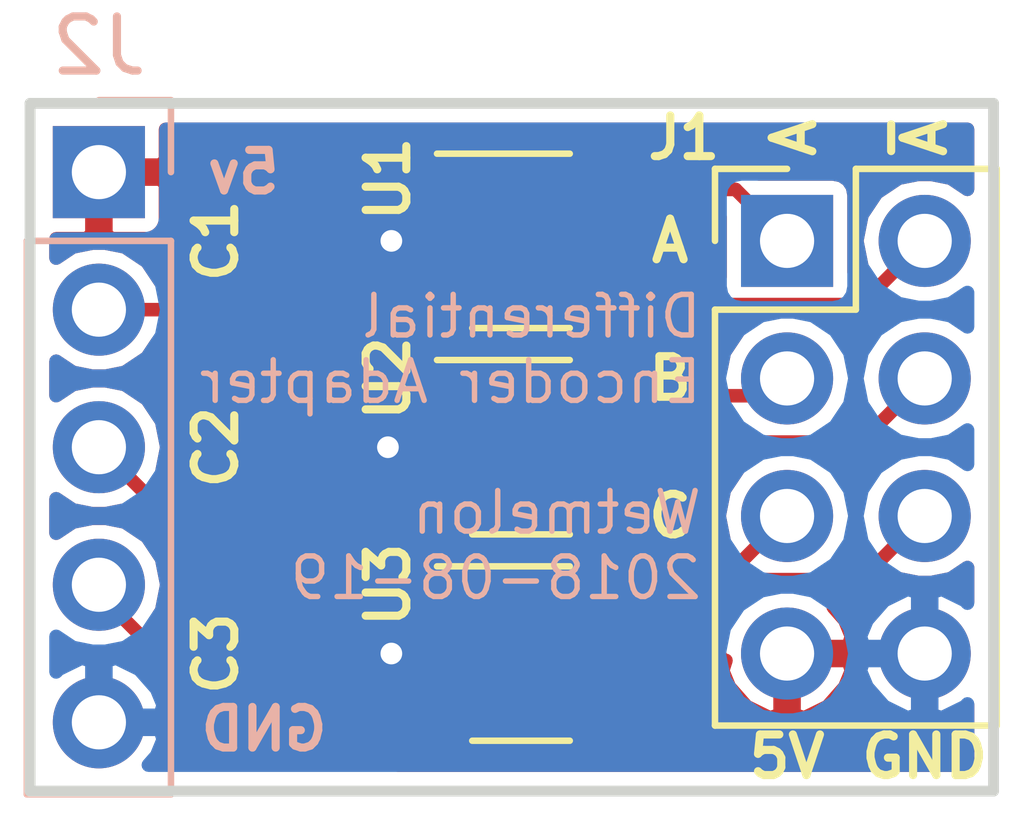
<source format=kicad_pcb>
(kicad_pcb (version 20171130) (host pcbnew "(5.0.0-rc2-140-g9302bbce5)")

  (general
    (thickness 1.6)
    (drawings 14)
    (tracks 53)
    (zones 0)
    (modules 8)
    (nets 12)
  )

  (page A4)
  (layers
    (0 F.Cu signal)
    (31 B.Cu signal)
    (32 B.Adhes user)
    (33 F.Adhes user)
    (34 B.Paste user)
    (35 F.Paste user)
    (36 B.SilkS user)
    (37 F.SilkS user)
    (38 B.Mask user)
    (39 F.Mask user)
    (40 Dwgs.User user)
    (41 Cmts.User user)
    (42 Eco1.User user)
    (43 Eco2.User user)
    (44 Edge.Cuts user)
    (45 Margin user)
    (46 B.CrtYd user)
    (47 F.CrtYd user)
    (48 B.Fab user hide)
    (49 F.Fab user hide)
  )

  (setup
    (last_trace_width 0.25)
    (trace_clearance 0.2)
    (zone_clearance 0.254)
    (zone_45_only no)
    (trace_min 0.2)
    (segment_width 0.2)
    (edge_width 0.15)
    (via_size 0.8)
    (via_drill 0.4)
    (via_min_size 0.4)
    (via_min_drill 0.3)
    (uvia_size 0.3)
    (uvia_drill 0.1)
    (uvias_allowed no)
    (uvia_min_size 0.2)
    (uvia_min_drill 0.1)
    (pcb_text_width 0.3)
    (pcb_text_size 1.5 1.5)
    (mod_edge_width 0.15)
    (mod_text_size 1 1)
    (mod_text_width 0.15)
    (pad_size 1.524 1.524)
    (pad_drill 0.762)
    (pad_to_mask_clearance 0.2)
    (aux_axis_origin 0 0)
    (visible_elements 7FFFFFFF)
    (pcbplotparams
      (layerselection 0x010fc_ffffffff)
      (usegerberextensions false)
      (usegerberattributes false)
      (usegerberadvancedattributes false)
      (creategerberjobfile false)
      (excludeedgelayer true)
      (linewidth 0.100000)
      (plotframeref false)
      (viasonmask false)
      (mode 1)
      (useauxorigin false)
      (hpglpennumber 1)
      (hpglpenspeed 20)
      (hpglpendiameter 15.000000)
      (psnegative false)
      (psa4output false)
      (plotreference true)
      (plotvalue true)
      (plotinvisibletext false)
      (padsonsilk false)
      (subtractmaskfromsilk false)
      (outputformat 1)
      (mirror false)
      (drillshape 1)
      (scaleselection 1)
      (outputdirectory ""))
  )

  (net 0 "")
  (net 1 GND)
  (net 2 +5V)
  (net 3 /A)
  (net 4 /B)
  (net 5 /Z)
  (net 6 /~Z)
  (net 7 /~B)
  (net 8 /~A)
  (net 9 /A_Out)
  (net 10 /B_Out)
  (net 11 /Z_Out)

  (net_class Default "This is the default net class."
    (clearance 0.2)
    (trace_width 0.25)
    (via_dia 0.8)
    (via_drill 0.4)
    (uvia_dia 0.3)
    (uvia_drill 0.1)
    (add_net +5V)
    (add_net /A)
    (add_net /A_Out)
    (add_net /B)
    (add_net /B_Out)
    (add_net /Z)
    (add_net /Z_Out)
    (add_net /~A)
    (add_net /~B)
    (add_net /~Z)
    (add_net GND)
  )

  (module Capacitor_SMD:C_0805_2012Metric (layer F.Cu) (tedit 5B798BBA) (tstamp 5B80E9E1)
    (at 185.42 76.2 270)
    (descr "Capacitor SMD 0805 (2012 Metric), square (rectangular) end terminal, IPC_7351 nominal, (Body size source: http://www.tortai-tech.com/upload/download/2011102023233369053.pdf), generated with kicad-footprint-generator")
    (tags capacitor)
    (path /5B74FACF)
    (attr smd)
    (fp_text reference C1 (at 0 1.651 270) (layer F.SilkS)
      (effects (font (size 0.75 0.75) (thickness 0.15)))
    )
    (fp_text value 100nF (at 0 1.65 270) (layer F.Fab)
      (effects (font (size 1 1) (thickness 0.15)))
    )
    (fp_text user %R (at 0 0 270) (layer F.Fab)
      (effects (font (size 0.5 0.5) (thickness 0.08)))
    )
    (fp_line (start 1.68 0.95) (end -1.68 0.95) (layer F.CrtYd) (width 0.05))
    (fp_line (start 1.68 -0.95) (end 1.68 0.95) (layer F.CrtYd) (width 0.05))
    (fp_line (start -1.68 -0.95) (end 1.68 -0.95) (layer F.CrtYd) (width 0.05))
    (fp_line (start -1.68 0.95) (end -1.68 -0.95) (layer F.CrtYd) (width 0.05))
    (fp_line (start 1 0.6) (end -1 0.6) (layer F.Fab) (width 0.1))
    (fp_line (start 1 -0.6) (end 1 0.6) (layer F.Fab) (width 0.1))
    (fp_line (start -1 -0.6) (end 1 -0.6) (layer F.Fab) (width 0.1))
    (fp_line (start -1 0.6) (end -1 -0.6) (layer F.Fab) (width 0.1))
    (pad 2 smd rect (at 0.85 0 270) (size 1.15 1.4) (layers F.Cu F.Paste F.Mask)
      (net 1 GND))
    (pad 1 smd rect (at -0.85 0 270) (size 1.15 1.4) (layers F.Cu F.Paste F.Mask)
      (net 2 +5V))
    (model ${KISYS3DMOD}/Capacitor_SMD.3dshapes/C_0805_2012Metric.wrl
      (at (xyz 0 0 0))
      (scale (xyz 1 1 1))
      (rotate (xyz 0 0 0))
    )
  )

  (module Capacitor_SMD:C_0805_2012Metric (layer F.Cu) (tedit 5B798BBD) (tstamp 5B80FBC6)
    (at 185.42 80.01 270)
    (descr "Capacitor SMD 0805 (2012 Metric), square (rectangular) end terminal, IPC_7351 nominal, (Body size source: http://www.tortai-tech.com/upload/download/2011102023233369053.pdf), generated with kicad-footprint-generator")
    (tags capacitor)
    (path /5B74FB1F)
    (attr smd)
    (fp_text reference C2 (at 0 1.651 270) (layer F.SilkS)
      (effects (font (size 0.75 0.75) (thickness 0.15)))
    )
    (fp_text value 100nF (at 0 1.65 270) (layer F.Fab)
      (effects (font (size 1 1) (thickness 0.15)))
    )
    (fp_line (start -1 0.6) (end -1 -0.6) (layer F.Fab) (width 0.1))
    (fp_line (start -1 -0.6) (end 1 -0.6) (layer F.Fab) (width 0.1))
    (fp_line (start 1 -0.6) (end 1 0.6) (layer F.Fab) (width 0.1))
    (fp_line (start 1 0.6) (end -1 0.6) (layer F.Fab) (width 0.1))
    (fp_line (start -1.68 0.95) (end -1.68 -0.95) (layer F.CrtYd) (width 0.05))
    (fp_line (start -1.68 -0.95) (end 1.68 -0.95) (layer F.CrtYd) (width 0.05))
    (fp_line (start 1.68 -0.95) (end 1.68 0.95) (layer F.CrtYd) (width 0.05))
    (fp_line (start 1.68 0.95) (end -1.68 0.95) (layer F.CrtYd) (width 0.05))
    (fp_text user %R (at 0 0 270) (layer F.Fab)
      (effects (font (size 0.5 0.5) (thickness 0.08)))
    )
    (pad 1 smd rect (at -0.85 0 270) (size 1.15 1.4) (layers F.Cu F.Paste F.Mask)
      (net 2 +5V))
    (pad 2 smd rect (at 0.85 0 270) (size 1.15 1.4) (layers F.Cu F.Paste F.Mask)
      (net 1 GND))
    (model ${KISYS3DMOD}/Capacitor_SMD.3dshapes/C_0805_2012Metric.wrl
      (at (xyz 0 0 0))
      (scale (xyz 1 1 1))
      (rotate (xyz 0 0 0))
    )
  )

  (module Capacitor_SMD:C_0805_2012Metric (layer F.Cu) (tedit 5B798BC1) (tstamp 5B80E9FF)
    (at 185.42 83.82 270)
    (descr "Capacitor SMD 0805 (2012 Metric), square (rectangular) end terminal, IPC_7351 nominal, (Body size source: http://www.tortai-tech.com/upload/download/2011102023233369053.pdf), generated with kicad-footprint-generator")
    (tags capacitor)
    (path /5B74C727)
    (attr smd)
    (fp_text reference C3 (at 0 1.651 270) (layer F.SilkS)
      (effects (font (size 0.75 0.75) (thickness 0.15)))
    )
    (fp_text value 100nF (at 0 1.65 270) (layer F.Fab)
      (effects (font (size 1 1) (thickness 0.15)))
    )
    (fp_line (start -1 0.6) (end -1 -0.6) (layer F.Fab) (width 0.1))
    (fp_line (start -1 -0.6) (end 1 -0.6) (layer F.Fab) (width 0.1))
    (fp_line (start 1 -0.6) (end 1 0.6) (layer F.Fab) (width 0.1))
    (fp_line (start 1 0.6) (end -1 0.6) (layer F.Fab) (width 0.1))
    (fp_line (start -1.68 0.95) (end -1.68 -0.95) (layer F.CrtYd) (width 0.05))
    (fp_line (start -1.68 -0.95) (end 1.68 -0.95) (layer F.CrtYd) (width 0.05))
    (fp_line (start 1.68 -0.95) (end 1.68 0.95) (layer F.CrtYd) (width 0.05))
    (fp_line (start 1.68 0.95) (end -1.68 0.95) (layer F.CrtYd) (width 0.05))
    (fp_text user %R (at 0 0 270) (layer F.Fab)
      (effects (font (size 0.5 0.5) (thickness 0.08)))
    )
    (pad 1 smd rect (at -0.85 0 270) (size 1.15 1.4) (layers F.Cu F.Paste F.Mask)
      (net 2 +5V))
    (pad 2 smd rect (at 0.85 0 270) (size 1.15 1.4) (layers F.Cu F.Paste F.Mask)
      (net 1 GND))
    (model ${KISYS3DMOD}/Capacitor_SMD.3dshapes/C_0805_2012Metric.wrl
      (at (xyz 0 0 0))
      (scale (xyz 1 1 1))
      (rotate (xyz 0 0 0))
    )
  )

  (module Connector_PinHeader_2.54mm:PinHeader_2x04_P2.54mm_Vertical (layer F.Cu) (tedit 5B798A31) (tstamp 5B80FEDC)
    (at 194.31 76.2)
    (descr "Through hole straight pin header, 2x04, 2.54mm pitch, double rows")
    (tags "Through hole pin header THT 2x04 2.54mm double row")
    (path /5B75D1D9)
    (fp_text reference J1 (at -1.905 -1.905 180) (layer F.SilkS)
      (effects (font (size 0.75 0.75) (thickness 0.15)))
    )
    (fp_text value Conn_02x04_Odd_Even (at 1.27 9.95) (layer F.Fab)
      (effects (font (size 1 1) (thickness 0.15)))
    )
    (fp_line (start 0 -1.27) (end 3.81 -1.27) (layer F.Fab) (width 0.1))
    (fp_line (start 3.81 -1.27) (end 3.81 8.89) (layer F.Fab) (width 0.1))
    (fp_line (start 3.81 8.89) (end -1.27 8.89) (layer F.Fab) (width 0.1))
    (fp_line (start -1.27 8.89) (end -1.27 0) (layer F.Fab) (width 0.1))
    (fp_line (start -1.27 0) (end 0 -1.27) (layer F.Fab) (width 0.1))
    (fp_line (start -1.33 8.95) (end 3.87 8.95) (layer F.SilkS) (width 0.12))
    (fp_line (start -1.33 1.27) (end -1.33 8.95) (layer F.SilkS) (width 0.12))
    (fp_line (start 3.87 -1.33) (end 3.87 8.95) (layer F.SilkS) (width 0.12))
    (fp_line (start -1.33 1.27) (end 1.27 1.27) (layer F.SilkS) (width 0.12))
    (fp_line (start 1.27 1.27) (end 1.27 -1.33) (layer F.SilkS) (width 0.12))
    (fp_line (start 1.27 -1.33) (end 3.87 -1.33) (layer F.SilkS) (width 0.12))
    (fp_line (start -1.33 0) (end -1.33 -1.33) (layer F.SilkS) (width 0.12))
    (fp_line (start -1.33 -1.33) (end 0 -1.33) (layer F.SilkS) (width 0.12))
    (fp_line (start -1.8 -1.8) (end -1.8 9.4) (layer F.CrtYd) (width 0.05))
    (fp_line (start -1.8 9.4) (end 4.35 9.4) (layer F.CrtYd) (width 0.05))
    (fp_line (start 4.35 9.4) (end 4.35 -1.8) (layer F.CrtYd) (width 0.05))
    (fp_line (start 4.35 -1.8) (end -1.8 -1.8) (layer F.CrtYd) (width 0.05))
    (fp_text user %R (at 1.27 3.81 90) (layer F.Fab)
      (effects (font (size 1 1) (thickness 0.15)))
    )
    (pad 1 thru_hole rect (at 0 0) (size 1.7 1.7) (drill 1) (layers *.Cu *.Mask)
      (net 3 /A))
    (pad 2 thru_hole oval (at 2.54 0) (size 1.7 1.7) (drill 1) (layers *.Cu *.Mask)
      (net 8 /~A))
    (pad 3 thru_hole oval (at 0 2.54) (size 1.7 1.7) (drill 1) (layers *.Cu *.Mask)
      (net 4 /B))
    (pad 4 thru_hole oval (at 2.54 2.54) (size 1.7 1.7) (drill 1) (layers *.Cu *.Mask)
      (net 7 /~B))
    (pad 5 thru_hole oval (at 0 5.08) (size 1.7 1.7) (drill 1) (layers *.Cu *.Mask)
      (net 5 /Z))
    (pad 6 thru_hole oval (at 2.54 5.08) (size 1.7 1.7) (drill 1) (layers *.Cu *.Mask)
      (net 6 /~Z))
    (pad 7 thru_hole oval (at 0 7.62) (size 1.7 1.7) (drill 1) (layers *.Cu *.Mask)
      (net 2 +5V))
    (pad 8 thru_hole oval (at 2.54 7.62) (size 1.7 1.7) (drill 1) (layers *.Cu *.Mask)
      (net 1 GND))
    (model ${KISYS3DMOD}/Connector_PinHeader_2.54mm.3dshapes/PinHeader_2x04_P2.54mm_Vertical.wrl
      (at (xyz 0 0 0))
      (scale (xyz 1 1 1))
      (rotate (xyz 0 0 0))
    )
  )

  (module Connector_PinHeader_2.54mm:PinHeader_1x05_P2.54mm_Vertical (layer B.Cu) (tedit 59FED5CC) (tstamp 5B80EDAF)
    (at 181.61 74.93 180)
    (descr "Through hole straight pin header, 1x05, 2.54mm pitch, single row")
    (tags "Through hole pin header THT 1x05 2.54mm single row")
    (path /5B752F6A)
    (fp_text reference J2 (at 0 2.33 180) (layer B.SilkS)
      (effects (font (size 1 1) (thickness 0.15)) (justify mirror))
    )
    (fp_text value "ODrive Connector" (at 0 -12.49 180) (layer B.Fab)
      (effects (font (size 1 1) (thickness 0.15)) (justify mirror))
    )
    (fp_line (start -0.635 1.27) (end 1.27 1.27) (layer B.Fab) (width 0.1))
    (fp_line (start 1.27 1.27) (end 1.27 -11.43) (layer B.Fab) (width 0.1))
    (fp_line (start 1.27 -11.43) (end -1.27 -11.43) (layer B.Fab) (width 0.1))
    (fp_line (start -1.27 -11.43) (end -1.27 0.635) (layer B.Fab) (width 0.1))
    (fp_line (start -1.27 0.635) (end -0.635 1.27) (layer B.Fab) (width 0.1))
    (fp_line (start -1.33 -11.49) (end 1.33 -11.49) (layer B.SilkS) (width 0.12))
    (fp_line (start -1.33 -1.27) (end -1.33 -11.49) (layer B.SilkS) (width 0.12))
    (fp_line (start 1.33 -1.27) (end 1.33 -11.49) (layer B.SilkS) (width 0.12))
    (fp_line (start -1.33 -1.27) (end 1.33 -1.27) (layer B.SilkS) (width 0.12))
    (fp_line (start -1.33 0) (end -1.33 1.33) (layer B.SilkS) (width 0.12))
    (fp_line (start -1.33 1.33) (end 0 1.33) (layer B.SilkS) (width 0.12))
    (fp_line (start -1.8 1.8) (end -1.8 -11.95) (layer B.CrtYd) (width 0.05))
    (fp_line (start -1.8 -11.95) (end 1.8 -11.95) (layer B.CrtYd) (width 0.05))
    (fp_line (start 1.8 -11.95) (end 1.8 1.8) (layer B.CrtYd) (width 0.05))
    (fp_line (start 1.8 1.8) (end -1.8 1.8) (layer B.CrtYd) (width 0.05))
    (fp_text user %R (at 0 -5.08 90) (layer B.Fab)
      (effects (font (size 1 1) (thickness 0.15)) (justify mirror))
    )
    (pad 1 thru_hole rect (at 0 0 180) (size 1.7 1.7) (drill 1) (layers *.Cu *.Mask)
      (net 2 +5V))
    (pad 2 thru_hole oval (at 0 -2.54 180) (size 1.7 1.7) (drill 1) (layers *.Cu *.Mask)
      (net 9 /A_Out))
    (pad 3 thru_hole oval (at 0 -5.08 180) (size 1.7 1.7) (drill 1) (layers *.Cu *.Mask)
      (net 10 /B_Out))
    (pad 4 thru_hole oval (at 0 -7.62 180) (size 1.7 1.7) (drill 1) (layers *.Cu *.Mask)
      (net 11 /Z_Out))
    (pad 5 thru_hole oval (at 0 -10.16 180) (size 1.7 1.7) (drill 1) (layers *.Cu *.Mask)
      (net 1 GND))
    (model ${KISYS3DMOD}/Connector_PinHeader_2.54mm.3dshapes/PinHeader_1x05_P2.54mm_Vertical.wrl
      (at (xyz 0 0 0))
      (scale (xyz 1 1 1))
      (rotate (xyz 0 0 0))
    )
  )

  (module Package_TO_SOT_SMD:SOT-23-6 (layer F.Cu) (tedit 5B798A37) (tstamp 5B80EA4C)
    (at 189.4 76.2)
    (descr "6-pin SOT-23 package")
    (tags SOT-23-6)
    (path /5B74B6DB)
    (attr smd)
    (fp_text reference U1 (at -2.456 -1.143 90) (layer F.SilkS)
      (effects (font (size 0.75 0.75) (thickness 0.15)))
    )
    (fp_text value MAX3284E (at 0 2.9) (layer F.Fab)
      (effects (font (size 1 1) (thickness 0.15)))
    )
    (fp_text user %R (at 0 0 90) (layer F.Fab)
      (effects (font (size 0.5 0.5) (thickness 0.075)))
    )
    (fp_line (start -0.9 1.61) (end 0.9 1.61) (layer F.SilkS) (width 0.12))
    (fp_line (start 0.9 -1.61) (end -1.55 -1.61) (layer F.SilkS) (width 0.12))
    (fp_line (start 1.9 -1.8) (end -1.9 -1.8) (layer F.CrtYd) (width 0.05))
    (fp_line (start 1.9 1.8) (end 1.9 -1.8) (layer F.CrtYd) (width 0.05))
    (fp_line (start -1.9 1.8) (end 1.9 1.8) (layer F.CrtYd) (width 0.05))
    (fp_line (start -1.9 -1.8) (end -1.9 1.8) (layer F.CrtYd) (width 0.05))
    (fp_line (start -0.9 -0.9) (end -0.25 -1.55) (layer F.Fab) (width 0.1))
    (fp_line (start 0.9 -1.55) (end -0.25 -1.55) (layer F.Fab) (width 0.1))
    (fp_line (start -0.9 -0.9) (end -0.9 1.55) (layer F.Fab) (width 0.1))
    (fp_line (start 0.9 1.55) (end -0.9 1.55) (layer F.Fab) (width 0.1))
    (fp_line (start 0.9 -1.55) (end 0.9 1.55) (layer F.Fab) (width 0.1))
    (pad 1 smd rect (at -1.1 -0.95) (size 1.06 0.65) (layers F.Cu F.Paste F.Mask)
      (net 2 +5V))
    (pad 2 smd rect (at -1.1 0) (size 1.06 0.65) (layers F.Cu F.Paste F.Mask)
      (net 1 GND))
    (pad 3 smd rect (at -1.1 0.95) (size 1.06 0.65) (layers F.Cu F.Paste F.Mask)
      (net 9 /A_Out))
    (pad 4 smd rect (at 1.1 0.95) (size 1.06 0.65) (layers F.Cu F.Paste F.Mask)
      (net 8 /~A))
    (pad 6 smd rect (at 1.1 -0.95) (size 1.06 0.65) (layers F.Cu F.Paste F.Mask)
      (net 3 /A))
    (pad 5 smd rect (at 1.1 0) (size 1.06 0.65) (layers F.Cu F.Paste F.Mask)
      (net 2 +5V))
    (model ${KISYS3DMOD}/Package_TO_SOT_SMD.3dshapes/SOT-23-6.wrl
      (at (xyz 0 0 0))
      (scale (xyz 1 1 1))
      (rotate (xyz 0 0 0))
    )
  )

  (module Package_TO_SOT_SMD:SOT-23-6 (layer F.Cu) (tedit 5B798AE9) (tstamp 5B80EC27)
    (at 189.4 80.01)
    (descr "6-pin SOT-23 package")
    (tags SOT-23-6)
    (path /5B74B9F2)
    (attr smd)
    (fp_text reference U2 (at -2.456 -1.27 90) (layer F.SilkS)
      (effects (font (size 0.75 0.75) (thickness 0.15)))
    )
    (fp_text value MAX3284E (at 0 2.9) (layer F.Fab)
      (effects (font (size 1 1) (thickness 0.15)))
    )
    (fp_line (start 0.9 -1.55) (end 0.9 1.55) (layer F.Fab) (width 0.1))
    (fp_line (start 0.9 1.55) (end -0.9 1.55) (layer F.Fab) (width 0.1))
    (fp_line (start -0.9 -0.9) (end -0.9 1.55) (layer F.Fab) (width 0.1))
    (fp_line (start 0.9 -1.55) (end -0.25 -1.55) (layer F.Fab) (width 0.1))
    (fp_line (start -0.9 -0.9) (end -0.25 -1.55) (layer F.Fab) (width 0.1))
    (fp_line (start -1.9 -1.8) (end -1.9 1.8) (layer F.CrtYd) (width 0.05))
    (fp_line (start -1.9 1.8) (end 1.9 1.8) (layer F.CrtYd) (width 0.05))
    (fp_line (start 1.9 1.8) (end 1.9 -1.8) (layer F.CrtYd) (width 0.05))
    (fp_line (start 1.9 -1.8) (end -1.9 -1.8) (layer F.CrtYd) (width 0.05))
    (fp_line (start 0.9 -1.61) (end -1.55 -1.61) (layer F.SilkS) (width 0.12))
    (fp_line (start -0.9 1.61) (end 0.9 1.61) (layer F.SilkS) (width 0.12))
    (fp_text user %R (at 0 0 270) (layer F.Fab)
      (effects (font (size 0.5 0.5) (thickness 0.075)))
    )
    (pad 5 smd rect (at 1.1 0) (size 1.06 0.65) (layers F.Cu F.Paste F.Mask)
      (net 2 +5V))
    (pad 6 smd rect (at 1.1 -0.95) (size 1.06 0.65) (layers F.Cu F.Paste F.Mask)
      (net 4 /B))
    (pad 4 smd rect (at 1.1 0.95) (size 1.06 0.65) (layers F.Cu F.Paste F.Mask)
      (net 7 /~B))
    (pad 3 smd rect (at -1.1 0.95) (size 1.06 0.65) (layers F.Cu F.Paste F.Mask)
      (net 10 /B_Out))
    (pad 2 smd rect (at -1.1 0) (size 1.06 0.65) (layers F.Cu F.Paste F.Mask)
      (net 1 GND))
    (pad 1 smd rect (at -1.1 -0.95) (size 1.06 0.65) (layers F.Cu F.Paste F.Mask)
      (net 2 +5V))
    (model ${KISYS3DMOD}/Package_TO_SOT_SMD.3dshapes/SOT-23-6.wrl
      (at (xyz 0 0 0))
      (scale (xyz 1 1 1))
      (rotate (xyz 0 0 0))
    )
  )

  (module Package_TO_SOT_SMD:SOT-23-6 (layer F.Cu) (tedit 5B798AEF) (tstamp 5B80EA78)
    (at 189.4 83.82)
    (descr "6-pin SOT-23 package")
    (tags SOT-23-6)
    (path /5B74BB93)
    (attr smd)
    (fp_text reference U3 (at -2.456 -1.27 90) (layer F.SilkS)
      (effects (font (size 0.75 0.75) (thickness 0.15)))
    )
    (fp_text value MAX3284E (at 0 2.9) (layer F.Fab)
      (effects (font (size 1 1) (thickness 0.15)))
    )
    (fp_text user %R (at 0 0 90) (layer F.Fab)
      (effects (font (size 0.5 0.5) (thickness 0.075)))
    )
    (fp_line (start -0.9 1.61) (end 0.9 1.61) (layer F.SilkS) (width 0.12))
    (fp_line (start 0.9 -1.61) (end -1.55 -1.61) (layer F.SilkS) (width 0.12))
    (fp_line (start 1.9 -1.8) (end -1.9 -1.8) (layer F.CrtYd) (width 0.05))
    (fp_line (start 1.9 1.8) (end 1.9 -1.8) (layer F.CrtYd) (width 0.05))
    (fp_line (start -1.9 1.8) (end 1.9 1.8) (layer F.CrtYd) (width 0.05))
    (fp_line (start -1.9 -1.8) (end -1.9 1.8) (layer F.CrtYd) (width 0.05))
    (fp_line (start -0.9 -0.9) (end -0.25 -1.55) (layer F.Fab) (width 0.1))
    (fp_line (start 0.9 -1.55) (end -0.25 -1.55) (layer F.Fab) (width 0.1))
    (fp_line (start -0.9 -0.9) (end -0.9 1.55) (layer F.Fab) (width 0.1))
    (fp_line (start 0.9 1.55) (end -0.9 1.55) (layer F.Fab) (width 0.1))
    (fp_line (start 0.9 -1.55) (end 0.9 1.55) (layer F.Fab) (width 0.1))
    (pad 1 smd rect (at -1.1 -0.95) (size 1.06 0.65) (layers F.Cu F.Paste F.Mask)
      (net 2 +5V))
    (pad 2 smd rect (at -1.1 0) (size 1.06 0.65) (layers F.Cu F.Paste F.Mask)
      (net 1 GND))
    (pad 3 smd rect (at -1.1 0.95) (size 1.06 0.65) (layers F.Cu F.Paste F.Mask)
      (net 11 /Z_Out))
    (pad 4 smd rect (at 1.1 0.95) (size 1.06 0.65) (layers F.Cu F.Paste F.Mask)
      (net 6 /~Z))
    (pad 6 smd rect (at 1.1 -0.95) (size 1.06 0.65) (layers F.Cu F.Paste F.Mask)
      (net 5 /Z))
    (pad 5 smd rect (at 1.1 0) (size 1.06 0.65) (layers F.Cu F.Paste F.Mask)
      (net 2 +5V))
    (model ${KISYS3DMOD}/Package_TO_SOT_SMD.3dshapes/SOT-23-6.wrl
      (at (xyz 0 0 0))
      (scale (xyz 1 1 1))
      (rotate (xyz 0 0 0))
    )
  )

  (gr_text GND (at 196.85 85.725) (layer F.SilkS) (tstamp 5B798C1E)
    (effects (font (size 0.75 0.75) (thickness 0.15)))
  )
  (gr_text 5V (at 194.31 85.725) (layer F.SilkS) (tstamp 5B798C13)
    (effects (font (size 0.75 0.75) (thickness 0.15)))
  )
  (gr_text C (at 192.151 81.28) (layer F.SilkS) (tstamp 5B798C07)
    (effects (font (size 0.75 0.75) (thickness 0.15)))
  )
  (gr_text B (at 192.151 78.74) (layer F.SilkS) (tstamp 5B798C05)
    (effects (font (size 0.75 0.75) (thickness 0.15)))
  )
  (gr_text A (at 192.151 76.2) (layer F.SilkS) (tstamp 5B798BFB)
    (effects (font (size 0.75 0.75) (thickness 0.15)))
  )
  (gr_text ~A (at 196.85 74.295 90) (layer F.SilkS) (tstamp 5B798ACC)
    (effects (font (size 0.75 0.75) (thickness 0.15)))
  )
  (gr_text A (at 194.437 74.295 90) (layer F.SilkS)
    (effects (font (size 0.75 0.75) (thickness 0.15)))
  )
  (gr_text GND (at 184.658 85.217) (layer B.SilkS)
    (effects (font (size 0.75 0.75) (thickness 0.15)) (justify mirror))
  )
  (gr_text 5v (at 184.277 74.93) (layer B.SilkS)
    (effects (font (size 0.75 0.75) (thickness 0.15)) (justify mirror))
  )
  (gr_text "Differential\nEncoder Adapter\n\nWetmelon\n2018-08-19" (at 192.786 80.01) (layer B.SilkS)
    (effects (font (size 0.75 0.75) (thickness 0.1)) (justify left mirror))
  )
  (gr_line (start 180.34 86.36) (end 180.34 73.66) (layer Edge.Cuts) (width 0.2))
  (gr_line (start 198.12 86.36) (end 180.34 86.36) (layer Edge.Cuts) (width 0.2))
  (gr_line (start 198.12 73.66) (end 198.12 86.36) (layer Edge.Cuts) (width 0.2))
  (gr_line (start 180.34 73.66) (end 198.12 73.66) (layer Edge.Cuts) (width 0.2))

  (via (at 187.0075 76.2) (size 0.8) (drill 0.4) (layers F.Cu B.Cu) (net 1))
  (segment (start 188.3 76.2) (end 187.0075 76.2) (width 0.25) (layer F.Cu) (net 1))
  (segment (start 186.1575 77.05) (end 187.0075 76.2) (width 0.25) (layer F.Cu) (net 1))
  (segment (start 185.42 77.05) (end 186.1575 77.05) (width 0.25) (layer F.Cu) (net 1))
  (via (at 186.944 80.01) (size 0.8) (drill 0.4) (layers F.Cu B.Cu) (net 1))
  (segment (start 185.42 80.86) (end 186.094 80.86) (width 0.25) (layer F.Cu) (net 1))
  (segment (start 186.094 80.86) (end 186.944 80.01) (width 0.25) (layer F.Cu) (net 1))
  (segment (start 188.3 80.01) (end 186.944 80.01) (width 0.25) (layer F.Cu) (net 1))
  (via (at 187.0075 83.82) (size 0.8) (drill 0.4) (layers F.Cu B.Cu) (net 1))
  (segment (start 188.3 83.82) (end 187.0075 83.82) (width 0.25) (layer F.Cu) (net 1))
  (segment (start 186.1575 84.67) (end 187.0075 83.82) (width 0.25) (layer F.Cu) (net 1))
  (segment (start 185.42 84.67) (end 186.1575 84.67) (width 0.25) (layer F.Cu) (net 1))
  (segment (start 185.52 79.06) (end 185.42 79.16) (width 0.25) (layer F.Cu) (net 2))
  (segment (start 188.3 79.06) (end 185.52 79.06) (width 0.25) (layer F.Cu) (net 2))
  (segment (start 185.52 75.25) (end 185.42 75.35) (width 0.25) (layer F.Cu) (net 2))
  (segment (start 188.3 75.25) (end 185.52 75.25) (width 0.25) (layer F.Cu) (net 2))
  (segment (start 185.52 82.87) (end 185.42 82.97) (width 0.25) (layer F.Cu) (net 2))
  (segment (start 188.3 82.87) (end 185.52 82.87) (width 0.25) (layer F.Cu) (net 2))
  (segment (start 193.36 75.25) (end 194.31 76.2) (width 0.25) (layer F.Cu) (net 3))
  (segment (start 190.5 75.25) (end 193.36 75.25) (width 0.25) (layer F.Cu) (net 3))
  (segment (start 193.99 79.06) (end 194.31 78.74) (width 0.25) (layer F.Cu) (net 4))
  (segment (start 190.5 79.06) (end 193.99 79.06) (width 0.25) (layer F.Cu) (net 4))
  (segment (start 192.72 82.87) (end 194.31 81.28) (width 0.25) (layer F.Cu) (net 5))
  (segment (start 190.5 82.87) (end 192.72 82.87) (width 0.25) (layer F.Cu) (net 5))
  (segment (start 196.000001 82.129999) (end 196.85 81.28) (width 0.25) (layer F.Cu) (net 6))
  (segment (start 195.674999 82.455001) (end 196.000001 82.129999) (width 0.25) (layer F.Cu) (net 6))
  (segment (start 193.771409 82.455001) (end 195.674999 82.455001) (width 0.25) (layer F.Cu) (net 6))
  (segment (start 191.45641 84.77) (end 193.771409 82.455001) (width 0.25) (layer F.Cu) (net 6))
  (segment (start 190.5 84.77) (end 191.45641 84.77) (width 0.25) (layer F.Cu) (net 6))
  (segment (start 196.000001 79.589999) (end 196.85 78.74) (width 0.25) (layer F.Cu) (net 7))
  (segment (start 195.674999 79.915001) (end 196.000001 79.589999) (width 0.25) (layer F.Cu) (net 7))
  (segment (start 192.324999 79.915001) (end 195.674999 79.915001) (width 0.25) (layer F.Cu) (net 7))
  (segment (start 191.28 80.96) (end 192.324999 79.915001) (width 0.25) (layer F.Cu) (net 7))
  (segment (start 190.5 80.96) (end 191.28 80.96) (width 0.25) (layer F.Cu) (net 7))
  (segment (start 196.000001 77.049999) (end 196.85 76.2) (width 0.25) (layer F.Cu) (net 8))
  (segment (start 195.674999 77.375001) (end 196.000001 77.049999) (width 0.25) (layer F.Cu) (net 8))
  (segment (start 191.505001 77.375001) (end 195.674999 77.375001) (width 0.25) (layer F.Cu) (net 8))
  (segment (start 191.28 77.15) (end 191.505001 77.375001) (width 0.25) (layer F.Cu) (net 8))
  (segment (start 190.5 77.15) (end 191.28 77.15) (width 0.25) (layer F.Cu) (net 8))
  (segment (start 187.52 77.15) (end 188.3 77.15) (width 0.25) (layer F.Cu) (net 9))
  (segment (start 186.719999 77.950001) (end 187.52 77.15) (width 0.25) (layer F.Cu) (net 9))
  (segment (start 183.292082 77.950001) (end 186.719999 77.950001) (width 0.25) (layer F.Cu) (net 9))
  (segment (start 182.812081 77.47) (end 183.292082 77.950001) (width 0.25) (layer F.Cu) (net 9))
  (segment (start 181.61 77.47) (end 182.812081 77.47) (width 0.25) (layer F.Cu) (net 9))
  (segment (start 187.52 80.96) (end 188.3 80.96) (width 0.25) (layer F.Cu) (net 10))
  (segment (start 186.719999 81.760001) (end 187.52 80.96) (width 0.25) (layer F.Cu) (net 10))
  (segment (start 183.360001 81.760001) (end 186.719999 81.760001) (width 0.25) (layer F.Cu) (net 10))
  (segment (start 181.61 80.01) (end 183.360001 81.760001) (width 0.25) (layer F.Cu) (net 10))
  (segment (start 187.52 84.77) (end 188.3 84.77) (width 0.25) (layer F.Cu) (net 11))
  (segment (start 186.719999 85.570001) (end 187.52 84.77) (width 0.25) (layer F.Cu) (net 11))
  (segment (start 184.459999 85.570001) (end 186.719999 85.570001) (width 0.25) (layer F.Cu) (net 11))
  (segment (start 181.61 82.720002) (end 184.459999 85.570001) (width 0.25) (layer F.Cu) (net 11))
  (segment (start 181.61 82.55) (end 181.61 82.720002) (width 0.25) (layer F.Cu) (net 11))

  (zone (net 2) (net_name +5V) (layer F.Cu) (tstamp 5B80FE82) (hatch edge 0.508)
    (connect_pads (clearance 0.254))
    (min_thickness 0.254)
    (fill yes (arc_segments 16) (thermal_gap 0.254) (thermal_bridge_width 0.508))
    (polygon
      (pts
        (xy 180.34 73.66) (xy 198.12 73.66) (xy 198.12 86.36) (xy 180.34 86.36)
      )
    )
    (filled_polygon
      (pts
        (xy 197.639 75.246683) (xy 197.330312 75.040424) (xy 196.971239 74.969) (xy 196.728761 74.969) (xy 196.369688 75.040424)
        (xy 195.962499 75.312499) (xy 195.690424 75.719688) (xy 195.594884 76.2) (xy 195.684397 76.650012) (xy 195.677446 76.656963)
        (xy 195.677443 76.656965) (xy 195.548464 76.785944) (xy 195.548464 75.35) (xy 195.518894 75.201341) (xy 195.434686 75.075314)
        (xy 195.308659 74.991106) (xy 195.16 74.961536) (xy 193.787127 74.961536) (xy 193.753038 74.927447) (xy 193.724806 74.885194)
        (xy 193.557431 74.773359) (xy 193.409835 74.744) (xy 193.409834 74.744) (xy 193.36 74.734087) (xy 193.310166 74.744)
        (xy 191.367285 74.744) (xy 191.304686 74.650314) (xy 191.178659 74.566106) (xy 191.03 74.536536) (xy 189.97 74.536536)
        (xy 189.821341 74.566106) (xy 189.695314 74.650314) (xy 189.611106 74.776341) (xy 189.581536 74.925) (xy 189.581536 75.575)
        (xy 189.611106 75.723659) (xy 189.616779 75.73215) (xy 189.589 75.799215) (xy 189.589 75.97775) (xy 189.68425 76.073)
        (xy 190.373 76.073) (xy 190.373 76.053) (xy 190.627 76.053) (xy 190.627 76.073) (xy 191.31575 76.073)
        (xy 191.411 75.97775) (xy 191.411 75.799215) (xy 191.3931 75.756) (xy 193.071536 75.756) (xy 193.071536 76.869001)
        (xy 191.714592 76.869001) (xy 191.673039 76.827448) (xy 191.644806 76.785194) (xy 191.477431 76.673359) (xy 191.388284 76.655626)
        (xy 191.411 76.600785) (xy 191.411 76.42225) (xy 191.31575 76.327) (xy 190.627 76.327) (xy 190.627 76.347)
        (xy 190.373 76.347) (xy 190.373 76.327) (xy 189.68425 76.327) (xy 189.589 76.42225) (xy 189.589 76.600785)
        (xy 189.616779 76.66785) (xy 189.611106 76.676341) (xy 189.581536 76.825) (xy 189.581536 77.475) (xy 189.611106 77.623659)
        (xy 189.695314 77.749686) (xy 189.821341 77.833894) (xy 189.97 77.863464) (xy 191.03 77.863464) (xy 191.178659 77.833894)
        (xy 191.229833 77.799701) (xy 191.30757 77.851642) (xy 191.455166 77.881001) (xy 191.505 77.890914) (xy 191.554834 77.881001)
        (xy 193.403455 77.881001) (xy 193.150424 78.259688) (xy 193.091882 78.554) (xy 191.367285 78.554) (xy 191.304686 78.460314)
        (xy 191.178659 78.376106) (xy 191.03 78.346536) (xy 189.97 78.346536) (xy 189.821341 78.376106) (xy 189.695314 78.460314)
        (xy 189.611106 78.586341) (xy 189.581536 78.735) (xy 189.581536 79.385) (xy 189.611106 79.533659) (xy 189.616779 79.54215)
        (xy 189.589 79.609215) (xy 189.589 79.78775) (xy 189.68425 79.883) (xy 190.373 79.883) (xy 190.373 79.863)
        (xy 190.627 79.863) (xy 190.627 79.883) (xy 191.31575 79.883) (xy 191.411 79.78775) (xy 191.411 79.609215)
        (xy 191.3931 79.566) (xy 191.949633 79.566) (xy 191.931962 79.592446) (xy 191.351579 80.172829) (xy 191.31575 80.137)
        (xy 190.627 80.137) (xy 190.627 80.157) (xy 190.373 80.157) (xy 190.373 80.137) (xy 189.68425 80.137)
        (xy 189.589 80.23225) (xy 189.589 80.410785) (xy 189.616779 80.47785) (xy 189.611106 80.486341) (xy 189.581536 80.635)
        (xy 189.581536 81.285) (xy 189.611106 81.433659) (xy 189.695314 81.559686) (xy 189.821341 81.643894) (xy 189.97 81.673464)
        (xy 191.03 81.673464) (xy 191.178659 81.643894) (xy 191.304686 81.559686) (xy 191.373025 81.457409) (xy 191.477431 81.436641)
        (xy 191.644806 81.324806) (xy 191.673038 81.282553) (xy 192.534591 80.421001) (xy 193.403455 80.421001) (xy 193.150424 80.799688)
        (xy 193.054884 81.28) (xy 193.144397 81.730011) (xy 192.510409 82.364) (xy 191.367285 82.364) (xy 191.304686 82.270314)
        (xy 191.178659 82.186106) (xy 191.03 82.156536) (xy 189.97 82.156536) (xy 189.821341 82.186106) (xy 189.695314 82.270314)
        (xy 189.611106 82.396341) (xy 189.581536 82.545) (xy 189.581536 83.195) (xy 189.611106 83.343659) (xy 189.616779 83.35215)
        (xy 189.589 83.419215) (xy 189.589 83.59775) (xy 189.68425 83.693) (xy 190.373 83.693) (xy 190.373 83.673)
        (xy 190.627 83.673) (xy 190.627 83.693) (xy 191.31575 83.693) (xy 191.411 83.59775) (xy 191.411 83.419215)
        (xy 191.3931 83.376) (xy 192.134819 83.376) (xy 191.411 84.099819) (xy 191.411 84.04225) (xy 191.31575 83.947)
        (xy 190.627 83.947) (xy 190.627 83.967) (xy 190.373 83.967) (xy 190.373 83.947) (xy 189.68425 83.947)
        (xy 189.589 84.04225) (xy 189.589 84.220785) (xy 189.616779 84.28785) (xy 189.611106 84.296341) (xy 189.581536 84.445)
        (xy 189.581536 85.095) (xy 189.611106 85.243659) (xy 189.695314 85.369686) (xy 189.821341 85.453894) (xy 189.97 85.483464)
        (xy 191.03 85.483464) (xy 191.178659 85.453894) (xy 191.304686 85.369686) (xy 191.367285 85.276) (xy 191.406576 85.276)
        (xy 191.45641 85.285913) (xy 191.506244 85.276) (xy 191.506245 85.276) (xy 191.653841 85.246641) (xy 191.821216 85.134806)
        (xy 191.849449 85.092552) (xy 193.079 83.863002) (xy 193.079 83.947002) (xy 193.181372 83.947002) (xy 193.120511 84.13698)
        (xy 193.244755 84.436964) (xy 193.561944 84.797652) (xy 193.993018 85.009501) (xy 194.183 84.949193) (xy 194.183 83.947)
        (xy 194.437 83.947) (xy 194.437 84.949193) (xy 194.626982 85.009501) (xy 195.058056 84.797652) (xy 195.375245 84.436964)
        (xy 195.499489 84.13698) (xy 195.438627 83.947) (xy 194.437 83.947) (xy 194.183 83.947) (xy 194.163 83.947)
        (xy 194.163 83.693) (xy 194.183 83.693) (xy 194.183 83.673) (xy 194.437 83.673) (xy 194.437 83.693)
        (xy 195.438627 83.693) (xy 195.499489 83.50302) (xy 195.375245 83.203036) (xy 195.162399 82.961001) (xy 195.625165 82.961001)
        (xy 195.674999 82.970914) (xy 195.724833 82.961001) (xy 195.724834 82.961001) (xy 195.87243 82.931642) (xy 196.039805 82.819807)
        (xy 196.068037 82.777554) (xy 196.393035 82.452557) (xy 196.393037 82.452554) (xy 196.399988 82.445603) (xy 196.728761 82.511)
        (xy 196.971239 82.511) (xy 197.330312 82.439576) (xy 197.639001 82.233317) (xy 197.639001 82.866683) (xy 197.330312 82.660424)
        (xy 196.971239 82.589) (xy 196.728761 82.589) (xy 196.369688 82.660424) (xy 195.962499 82.932499) (xy 195.690424 83.339688)
        (xy 195.594884 83.82) (xy 195.690424 84.300312) (xy 195.962499 84.707501) (xy 196.369688 84.979576) (xy 196.728761 85.051)
        (xy 196.971239 85.051) (xy 197.330312 84.979576) (xy 197.639001 84.773317) (xy 197.639001 85.879) (xy 187.126591 85.879)
        (xy 187.579593 85.425999) (xy 187.621341 85.453894) (xy 187.77 85.483464) (xy 188.83 85.483464) (xy 188.978659 85.453894)
        (xy 189.104686 85.369686) (xy 189.188894 85.243659) (xy 189.218464 85.095) (xy 189.218464 84.445) (xy 189.188894 84.296341)
        (xy 189.187998 84.295) (xy 189.188894 84.293659) (xy 189.218464 84.145) (xy 189.218464 83.495) (xy 189.188894 83.346341)
        (xy 189.183221 83.33785) (xy 189.211 83.270785) (xy 189.211 83.09225) (xy 189.11575 82.997) (xy 188.427 82.997)
        (xy 188.427 83.017) (xy 188.173 83.017) (xy 188.173 82.997) (xy 187.48425 82.997) (xy 187.389 83.09225)
        (xy 187.389 83.132674) (xy 187.162851 83.039) (xy 186.852149 83.039) (xy 186.565099 83.1579) (xy 186.501 83.221999)
        (xy 186.501 83.19225) (xy 186.40575 83.097) (xy 185.547 83.097) (xy 185.547 83.117) (xy 185.293 83.117)
        (xy 185.293 83.097) (xy 184.43425 83.097) (xy 184.339 83.19225) (xy 184.339 83.620786) (xy 184.397004 83.76082)
        (xy 184.452019 83.815834) (xy 184.445314 83.820314) (xy 184.361106 83.946341) (xy 184.331536 84.095) (xy 184.331536 84.725946)
        (xy 182.716033 83.110444) (xy 182.769576 83.030312) (xy 182.865116 82.55) (xy 182.769576 82.069688) (xy 182.497501 81.662499)
        (xy 182.090312 81.390424) (xy 181.731239 81.319) (xy 181.488761 81.319) (xy 181.129688 81.390424) (xy 180.821 81.596683)
        (xy 180.821 80.963317) (xy 181.129688 81.169576) (xy 181.488761 81.241) (xy 181.731239 81.241) (xy 182.060012 81.175603)
        (xy 182.966964 82.082556) (xy 182.995195 82.124807) (xy 183.16257 82.236642) (xy 183.310166 82.266001) (xy 183.36 82.275914)
        (xy 183.409834 82.266001) (xy 184.361042 82.266001) (xy 184.339 82.319214) (xy 184.339 82.74775) (xy 184.43425 82.843)
        (xy 185.293 82.843) (xy 185.293 82.823) (xy 185.547 82.823) (xy 185.547 82.843) (xy 186.40575 82.843)
        (xy 186.501 82.74775) (xy 186.501 82.469215) (xy 187.389 82.469215) (xy 187.389 82.64775) (xy 187.48425 82.743)
        (xy 188.173 82.743) (xy 188.173 82.25925) (xy 188.427 82.25925) (xy 188.427 82.743) (xy 189.11575 82.743)
        (xy 189.211 82.64775) (xy 189.211 82.469215) (xy 189.152996 82.329181) (xy 189.04582 82.222004) (xy 188.905786 82.164)
        (xy 188.52225 82.164) (xy 188.427 82.25925) (xy 188.173 82.25925) (xy 188.07775 82.164) (xy 187.694214 82.164)
        (xy 187.55418 82.222004) (xy 187.447004 82.329181) (xy 187.389 82.469215) (xy 186.501 82.469215) (xy 186.501 82.319214)
        (xy 186.478958 82.266001) (xy 186.670165 82.266001) (xy 186.719999 82.275914) (xy 186.769833 82.266001) (xy 186.769834 82.266001)
        (xy 186.91743 82.236642) (xy 187.084805 82.124807) (xy 187.113037 82.082554) (xy 187.579593 81.615999) (xy 187.621341 81.643894)
        (xy 187.77 81.673464) (xy 188.83 81.673464) (xy 188.978659 81.643894) (xy 189.104686 81.559686) (xy 189.188894 81.433659)
        (xy 189.218464 81.285) (xy 189.218464 80.635) (xy 189.188894 80.486341) (xy 189.187998 80.485) (xy 189.188894 80.483659)
        (xy 189.218464 80.335) (xy 189.218464 79.685) (xy 189.188894 79.536341) (xy 189.183221 79.52785) (xy 189.211 79.460785)
        (xy 189.211 79.28225) (xy 189.11575 79.187) (xy 188.427 79.187) (xy 188.427 79.207) (xy 188.173 79.207)
        (xy 188.173 79.187) (xy 187.48425 79.187) (xy 187.389 79.28225) (xy 187.389 79.350499) (xy 187.386401 79.3479)
        (xy 187.099351 79.229) (xy 186.788649 79.229) (xy 186.501599 79.3479) (xy 186.484125 79.365375) (xy 186.40575 79.287)
        (xy 185.547 79.287) (xy 185.547 79.307) (xy 185.293 79.307) (xy 185.293 79.287) (xy 184.43425 79.287)
        (xy 184.339 79.38225) (xy 184.339 79.810786) (xy 184.397004 79.95082) (xy 184.452019 80.005834) (xy 184.445314 80.010314)
        (xy 184.361106 80.136341) (xy 184.331536 80.285) (xy 184.331536 81.254001) (xy 183.569593 81.254001) (xy 182.775603 80.460012)
        (xy 182.865116 80.01) (xy 182.769576 79.529688) (xy 182.497501 79.122499) (xy 182.090312 78.850424) (xy 181.731239 78.779)
        (xy 181.488761 78.779) (xy 181.129688 78.850424) (xy 180.821 79.056683) (xy 180.821 78.423317) (xy 181.129688 78.629576)
        (xy 181.488761 78.701) (xy 181.731239 78.701) (xy 182.090312 78.629576) (xy 182.497501 78.357501) (xy 182.692361 78.065872)
        (xy 182.899045 78.272556) (xy 182.927276 78.314807) (xy 183.094651 78.426642) (xy 183.242247 78.456001) (xy 183.242248 78.456001)
        (xy 183.292082 78.465914) (xy 183.341916 78.456001) (xy 184.361042 78.456001) (xy 184.339 78.509214) (xy 184.339 78.93775)
        (xy 184.43425 79.033) (xy 185.293 79.033) (xy 185.293 79.013) (xy 185.547 79.013) (xy 185.547 79.033)
        (xy 186.40575 79.033) (xy 186.501 78.93775) (xy 186.501 78.659215) (xy 187.389 78.659215) (xy 187.389 78.83775)
        (xy 187.48425 78.933) (xy 188.173 78.933) (xy 188.173 78.44925) (xy 188.427 78.44925) (xy 188.427 78.933)
        (xy 189.11575 78.933) (xy 189.211 78.83775) (xy 189.211 78.659215) (xy 189.152996 78.519181) (xy 189.04582 78.412004)
        (xy 188.905786 78.354) (xy 188.52225 78.354) (xy 188.427 78.44925) (xy 188.173 78.44925) (xy 188.07775 78.354)
        (xy 187.694214 78.354) (xy 187.55418 78.412004) (xy 187.447004 78.519181) (xy 187.389 78.659215) (xy 186.501 78.659215)
        (xy 186.501 78.509214) (xy 186.478958 78.456001) (xy 186.670165 78.456001) (xy 186.719999 78.465914) (xy 186.769833 78.456001)
        (xy 186.769834 78.456001) (xy 186.91743 78.426642) (xy 187.084805 78.314807) (xy 187.113037 78.272554) (xy 187.579593 77.805999)
        (xy 187.621341 77.833894) (xy 187.77 77.863464) (xy 188.83 77.863464) (xy 188.978659 77.833894) (xy 189.104686 77.749686)
        (xy 189.188894 77.623659) (xy 189.218464 77.475) (xy 189.218464 76.825) (xy 189.188894 76.676341) (xy 189.187998 76.675)
        (xy 189.188894 76.673659) (xy 189.218464 76.525) (xy 189.218464 75.875) (xy 189.188894 75.726341) (xy 189.183221 75.71785)
        (xy 189.211 75.650785) (xy 189.211 75.47225) (xy 189.11575 75.377) (xy 188.427 75.377) (xy 188.427 75.397)
        (xy 188.173 75.397) (xy 188.173 75.377) (xy 187.48425 75.377) (xy 187.389 75.47225) (xy 187.389 75.512674)
        (xy 187.162851 75.419) (xy 186.852149 75.419) (xy 186.565099 75.5379) (xy 186.501 75.601999) (xy 186.501 75.57225)
        (xy 186.40575 75.477) (xy 185.547 75.477) (xy 185.547 75.497) (xy 185.293 75.497) (xy 185.293 75.477)
        (xy 184.43425 75.477) (xy 184.339 75.57225) (xy 184.339 76.000786) (xy 184.397004 76.14082) (xy 184.452019 76.195834)
        (xy 184.445314 76.200314) (xy 184.361106 76.326341) (xy 184.331536 76.475) (xy 184.331536 77.444001) (xy 183.501674 77.444001)
        (xy 183.205119 77.147447) (xy 183.176887 77.105194) (xy 183.009512 76.993359) (xy 182.861916 76.964) (xy 182.861915 76.964)
        (xy 182.812081 76.954087) (xy 182.762247 76.964) (xy 182.752412 76.964) (xy 182.497501 76.582499) (xy 182.090312 76.310424)
        (xy 181.731239 76.239) (xy 181.488761 76.239) (xy 181.129688 76.310424) (xy 180.821 76.516683) (xy 180.821 76.161)
        (xy 181.38775 76.161) (xy 181.483 76.06575) (xy 181.483 75.057) (xy 181.737 75.057) (xy 181.737 76.06575)
        (xy 181.83225 76.161) (xy 182.535786 76.161) (xy 182.67582 76.102996) (xy 182.782996 75.995819) (xy 182.841 75.855785)
        (xy 182.841 75.15225) (xy 182.74575 75.057) (xy 181.737 75.057) (xy 181.483 75.057) (xy 181.463 75.057)
        (xy 181.463 74.803) (xy 181.483 74.803) (xy 181.483 74.783) (xy 181.737 74.783) (xy 181.737 74.803)
        (xy 182.74575 74.803) (xy 182.841 74.70775) (xy 182.841 74.699214) (xy 184.339 74.699214) (xy 184.339 75.12775)
        (xy 184.43425 75.223) (xy 185.293 75.223) (xy 185.293 74.48925) (xy 185.547 74.48925) (xy 185.547 75.223)
        (xy 186.40575 75.223) (xy 186.501 75.12775) (xy 186.501 74.849215) (xy 187.389 74.849215) (xy 187.389 75.02775)
        (xy 187.48425 75.123) (xy 188.173 75.123) (xy 188.173 74.63925) (xy 188.427 74.63925) (xy 188.427 75.123)
        (xy 189.11575 75.123) (xy 189.211 75.02775) (xy 189.211 74.849215) (xy 189.152996 74.709181) (xy 189.04582 74.602004)
        (xy 188.905786 74.544) (xy 188.52225 74.544) (xy 188.427 74.63925) (xy 188.173 74.63925) (xy 188.07775 74.544)
        (xy 187.694214 74.544) (xy 187.55418 74.602004) (xy 187.447004 74.709181) (xy 187.389 74.849215) (xy 186.501 74.849215)
        (xy 186.501 74.699214) (xy 186.442996 74.55918) (xy 186.335819 74.452004) (xy 186.195785 74.394) (xy 185.64225 74.394)
        (xy 185.547 74.48925) (xy 185.293 74.48925) (xy 185.19775 74.394) (xy 184.644215 74.394) (xy 184.504181 74.452004)
        (xy 184.397004 74.55918) (xy 184.339 74.699214) (xy 182.841 74.699214) (xy 182.841 74.141) (xy 197.639 74.141)
      )
    )
  )
  (zone (net 1) (net_name GND) (layer B.Cu) (tstamp 0) (hatch edge 0.508)
    (connect_pads (clearance 0.254))
    (min_thickness 0.254)
    (fill yes (arc_segments 16) (thermal_gap 0.254) (thermal_bridge_width 0.508))
    (polygon
      (pts
        (xy 180.34 73.66) (xy 198.12 73.66) (xy 198.12 86.36) (xy 180.34 86.36)
      )
    )
    (filled_polygon
      (pts
        (xy 197.639 75.246683) (xy 197.330312 75.040424) (xy 196.971239 74.969) (xy 196.728761 74.969) (xy 196.369688 75.040424)
        (xy 195.962499 75.312499) (xy 195.690424 75.719688) (xy 195.594884 76.2) (xy 195.690424 76.680312) (xy 195.962499 77.087501)
        (xy 196.369688 77.359576) (xy 196.728761 77.431) (xy 196.971239 77.431) (xy 197.330312 77.359576) (xy 197.639 77.153317)
        (xy 197.639 77.786683) (xy 197.330312 77.580424) (xy 196.971239 77.509) (xy 196.728761 77.509) (xy 196.369688 77.580424)
        (xy 195.962499 77.852499) (xy 195.690424 78.259688) (xy 195.594884 78.74) (xy 195.690424 79.220312) (xy 195.962499 79.627501)
        (xy 196.369688 79.899576) (xy 196.728761 79.971) (xy 196.971239 79.971) (xy 197.330312 79.899576) (xy 197.639 79.693317)
        (xy 197.639001 80.326683) (xy 197.330312 80.120424) (xy 196.971239 80.049) (xy 196.728761 80.049) (xy 196.369688 80.120424)
        (xy 195.962499 80.392499) (xy 195.690424 80.799688) (xy 195.594884 81.28) (xy 195.690424 81.760312) (xy 195.962499 82.167501)
        (xy 196.369688 82.439576) (xy 196.728761 82.511) (xy 196.971239 82.511) (xy 197.330312 82.439576) (xy 197.639001 82.233317)
        (xy 197.639001 82.888908) (xy 197.598056 82.842348) (xy 197.166982 82.630499) (xy 196.977 82.690807) (xy 196.977 83.693)
        (xy 196.997 83.693) (xy 196.997 83.947) (xy 196.977 83.947) (xy 196.977 84.949193) (xy 197.166982 85.009501)
        (xy 197.598056 84.797652) (xy 197.639001 84.751092) (xy 197.639001 85.879) (xy 182.523957 85.879) (xy 182.675245 85.706964)
        (xy 182.799489 85.40698) (xy 182.738627 85.217) (xy 181.737 85.217) (xy 181.737 85.237) (xy 181.483 85.237)
        (xy 181.483 85.217) (xy 181.463 85.217) (xy 181.463 84.963) (xy 181.483 84.963) (xy 181.483 83.960807)
        (xy 181.737 83.960807) (xy 181.737 84.963) (xy 182.738627 84.963) (xy 182.799489 84.77302) (xy 182.675245 84.473036)
        (xy 182.358056 84.112348) (xy 181.926982 83.900499) (xy 181.737 83.960807) (xy 181.483 83.960807) (xy 181.293018 83.900499)
        (xy 180.861944 84.112348) (xy 180.821 84.158907) (xy 180.821 83.82) (xy 193.054884 83.82) (xy 193.150424 84.300312)
        (xy 193.422499 84.707501) (xy 193.829688 84.979576) (xy 194.188761 85.051) (xy 194.431239 85.051) (xy 194.790312 84.979576)
        (xy 195.197501 84.707501) (xy 195.469576 84.300312) (xy 195.502064 84.13698) (xy 195.660511 84.13698) (xy 195.784755 84.436964)
        (xy 196.101944 84.797652) (xy 196.533018 85.009501) (xy 196.723 84.949193) (xy 196.723 83.947) (xy 195.721373 83.947)
        (xy 195.660511 84.13698) (xy 195.502064 84.13698) (xy 195.565116 83.82) (xy 195.502065 83.50302) (xy 195.660511 83.50302)
        (xy 195.721373 83.693) (xy 196.723 83.693) (xy 196.723 82.690807) (xy 196.533018 82.630499) (xy 196.101944 82.842348)
        (xy 195.784755 83.203036) (xy 195.660511 83.50302) (xy 195.502065 83.50302) (xy 195.469576 83.339688) (xy 195.197501 82.932499)
        (xy 194.790312 82.660424) (xy 194.431239 82.589) (xy 194.188761 82.589) (xy 193.829688 82.660424) (xy 193.422499 82.932499)
        (xy 193.150424 83.339688) (xy 193.054884 83.82) (xy 180.821 83.82) (xy 180.821 83.503317) (xy 181.129688 83.709576)
        (xy 181.488761 83.781) (xy 181.731239 83.781) (xy 182.090312 83.709576) (xy 182.497501 83.437501) (xy 182.769576 83.030312)
        (xy 182.865116 82.55) (xy 182.769576 82.069688) (xy 182.497501 81.662499) (xy 182.090312 81.390424) (xy 181.731239 81.319)
        (xy 181.488761 81.319) (xy 181.129688 81.390424) (xy 180.821 81.596683) (xy 180.821 81.28) (xy 193.054884 81.28)
        (xy 193.150424 81.760312) (xy 193.422499 82.167501) (xy 193.829688 82.439576) (xy 194.188761 82.511) (xy 194.431239 82.511)
        (xy 194.790312 82.439576) (xy 195.197501 82.167501) (xy 195.469576 81.760312) (xy 195.565116 81.28) (xy 195.469576 80.799688)
        (xy 195.197501 80.392499) (xy 194.790312 80.120424) (xy 194.431239 80.049) (xy 194.188761 80.049) (xy 193.829688 80.120424)
        (xy 193.422499 80.392499) (xy 193.150424 80.799688) (xy 193.054884 81.28) (xy 180.821 81.28) (xy 180.821 80.963317)
        (xy 181.129688 81.169576) (xy 181.488761 81.241) (xy 181.731239 81.241) (xy 182.090312 81.169576) (xy 182.497501 80.897501)
        (xy 182.769576 80.490312) (xy 182.865116 80.01) (xy 182.769576 79.529688) (xy 182.497501 79.122499) (xy 182.090312 78.850424)
        (xy 181.731239 78.779) (xy 181.488761 78.779) (xy 181.129688 78.850424) (xy 180.821 79.056683) (xy 180.821 78.74)
        (xy 193.054884 78.74) (xy 193.150424 79.220312) (xy 193.422499 79.627501) (xy 193.829688 79.899576) (xy 194.188761 79.971)
        (xy 194.431239 79.971) (xy 194.790312 79.899576) (xy 195.197501 79.627501) (xy 195.469576 79.220312) (xy 195.565116 78.74)
        (xy 195.469576 78.259688) (xy 195.197501 77.852499) (xy 194.790312 77.580424) (xy 194.431239 77.509) (xy 194.188761 77.509)
        (xy 193.829688 77.580424) (xy 193.422499 77.852499) (xy 193.150424 78.259688) (xy 193.054884 78.74) (xy 180.821 78.74)
        (xy 180.821 78.423317) (xy 181.129688 78.629576) (xy 181.488761 78.701) (xy 181.731239 78.701) (xy 182.090312 78.629576)
        (xy 182.497501 78.357501) (xy 182.769576 77.950312) (xy 182.865116 77.47) (xy 182.769576 76.989688) (xy 182.497501 76.582499)
        (xy 182.090312 76.310424) (xy 181.731239 76.239) (xy 181.488761 76.239) (xy 181.129688 76.310424) (xy 180.821 76.516683)
        (xy 180.821 76.168464) (xy 182.46 76.168464) (xy 182.608659 76.138894) (xy 182.734686 76.054686) (xy 182.818894 75.928659)
        (xy 182.848464 75.78) (xy 182.848464 75.35) (xy 193.071536 75.35) (xy 193.071536 77.05) (xy 193.101106 77.198659)
        (xy 193.185314 77.324686) (xy 193.311341 77.408894) (xy 193.46 77.438464) (xy 195.16 77.438464) (xy 195.308659 77.408894)
        (xy 195.434686 77.324686) (xy 195.518894 77.198659) (xy 195.548464 77.05) (xy 195.548464 75.35) (xy 195.518894 75.201341)
        (xy 195.434686 75.075314) (xy 195.308659 74.991106) (xy 195.16 74.961536) (xy 193.46 74.961536) (xy 193.311341 74.991106)
        (xy 193.185314 75.075314) (xy 193.101106 75.201341) (xy 193.071536 75.35) (xy 182.848464 75.35) (xy 182.848464 74.141)
        (xy 197.639 74.141)
      )
    )
  )
)

</source>
